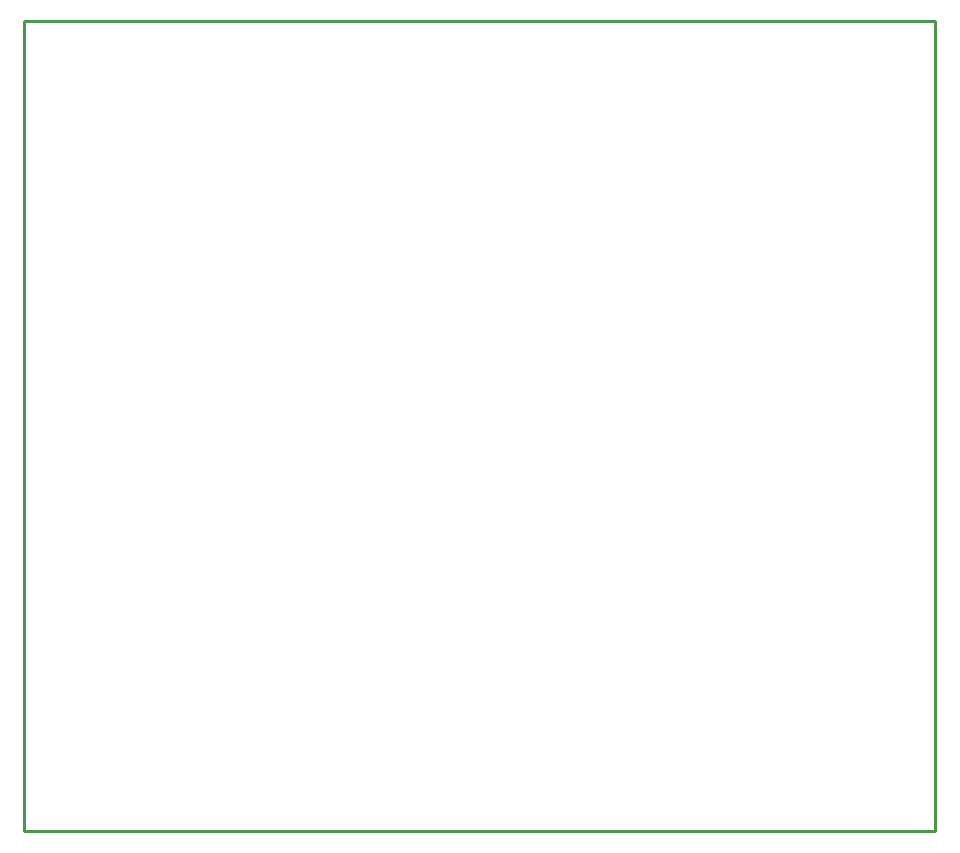
<source format=gko>
G04 EAGLE Gerber RS-274X export*
G75*
%MOMM*%
%FSLAX34Y34*%
%LPD*%
%IN*%
%IPPOS*%
%AMOC8*
5,1,8,0,0,1.08239X$1,22.5*%
G01*
%ADD10C,0.254000*%


D10*
X0Y114300D02*
X771400Y114300D01*
X771400Y800000D01*
X0Y800000D01*
X0Y114300D01*
M02*

</source>
